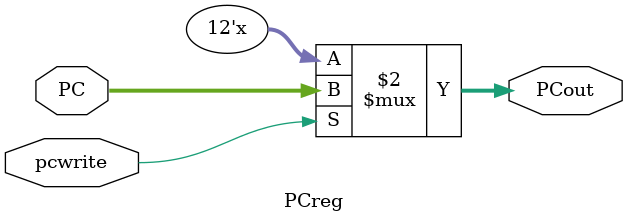
<source format=sv>
module fetchdecode(clk, instr, PC,instrout,PCout,fdwrite); //reg between fetch and decode stage
input clk, fdwrite;
input reg [11:0] PC;
input reg [31:0] instr;
output reg [11:0] PCout;
output reg [31:0] instrout;
always @ (posedge clk) begin
if (fdwrite) begin
PCout<=PC;
instrout<=instr;
end
end
endmodule 

module decodeex(clk,PC,imm,immout,data1,data2,rd,regwrite,sign,memtoreg,memwrite,memread,length, alusrc,branch,aluop,PCout,data1out,data2out,rdout,regwriteout,signout,memtoregout,memreadout,lengthout, alusrcout,branchout,aluopout,memwriteout);
input clk;
input reg regwrite,sign,memtoreg,memread,alusrc,memwrite;
input reg [1:0] length;
input reg [2:0] branch;
input reg [4:0] aluop, rd;

input reg [11:0] PC;
input reg signed [31:0] data1,data2,imm;

output reg regwriteout,signout,memtoregout,memreadout,alusrcout,memwriteout;
output reg [1:0] lengthout;
output reg [2:0] branchout;
output reg [4:0] aluopout, rdout;

output reg [11:0] PCout;
output reg signed [31:0] data1out,data2out,immout;
always @ (posedge clk) begin
PCout<=PC;
data1out<=data1;
data2out<=data2;
regwriteout<=regwrite;
signout<=sign;
memtoregout<=memtoreg;
memwriteout<=memwrite;
memreadout<=memread;
alusrcout<=alusrc;
branchout<=branch;
lengthout<=length;
aluopout<=aluop;
rdout<=rd;
immout<=imm;
end
endmodule

module exmem(clk,data2,data2out,result,resultout,zero,zeroout,neg,negout,rd,rdout,PCresult, PCresultout, memread,memreadout,memwrite,memwriteout, length, lengthout, sign, signout, regwrite,regwriteout, memtoreg,memtoregout,branch,branchout);

input clk;
input reg regwrite,sign,memtoreg,memread,zero,memwrite,neg;
input reg [1:0] length;
input reg [2:0] branch;
input reg [4:0] rd;

input reg [11:0] PCresult;
input reg signed [31:0] result,data2;

output reg regwriteout,signout,memtoregout,memreadout,zeroout,negout,memwriteout;
output reg [1:0] lengthout;
output reg [2:0] branchout;
output reg [4:0]  rdout;

output reg [11:0] PCresultout;
output reg signed [31:0] resultout,data2out;

always @ (posedge clk) begin
PCresultout<=PCresult;
resultout<=result;
data2out<=data2;
regwriteout<=regwrite;
signout<=sign;
memtoregout<=memtoreg;
memwriteout<=memwrite;
memreadout<=memread;
zeroout<=zero;
negout<=neg;
branchout<=branch;
lengthout<=length;
rdout<=rd;
end
endmodule

module memwb(clk,result,resultout, rdata,rdataout,rdout,rd,memtoreg, regwrite,memtoregout,regwriteout);

input clk;
input reg regwrite,memtoreg;
input reg [4:0] rd;
input reg signed [31:0] rdata,result;

output reg regwriteout,memtoregout;
output reg [4:0]  rdout;

output reg signed [31:0] rdataout,resultout;

always @ (posedge clk) begin
rdataout<=rdata;
resultout<=result;
regwriteout<=regwrite;
memtoregout<=memtoreg;
rdout<=rd;
end
endmodule 

module PCreg(PC,PCout,pcwrite);

input reg [11:0] PC;
output reg [11:0] PCout;
input pcwrite;

always @(*) begin
if (pcwrite) begin
PCout<=PC;
end
end
endmodule

</source>
